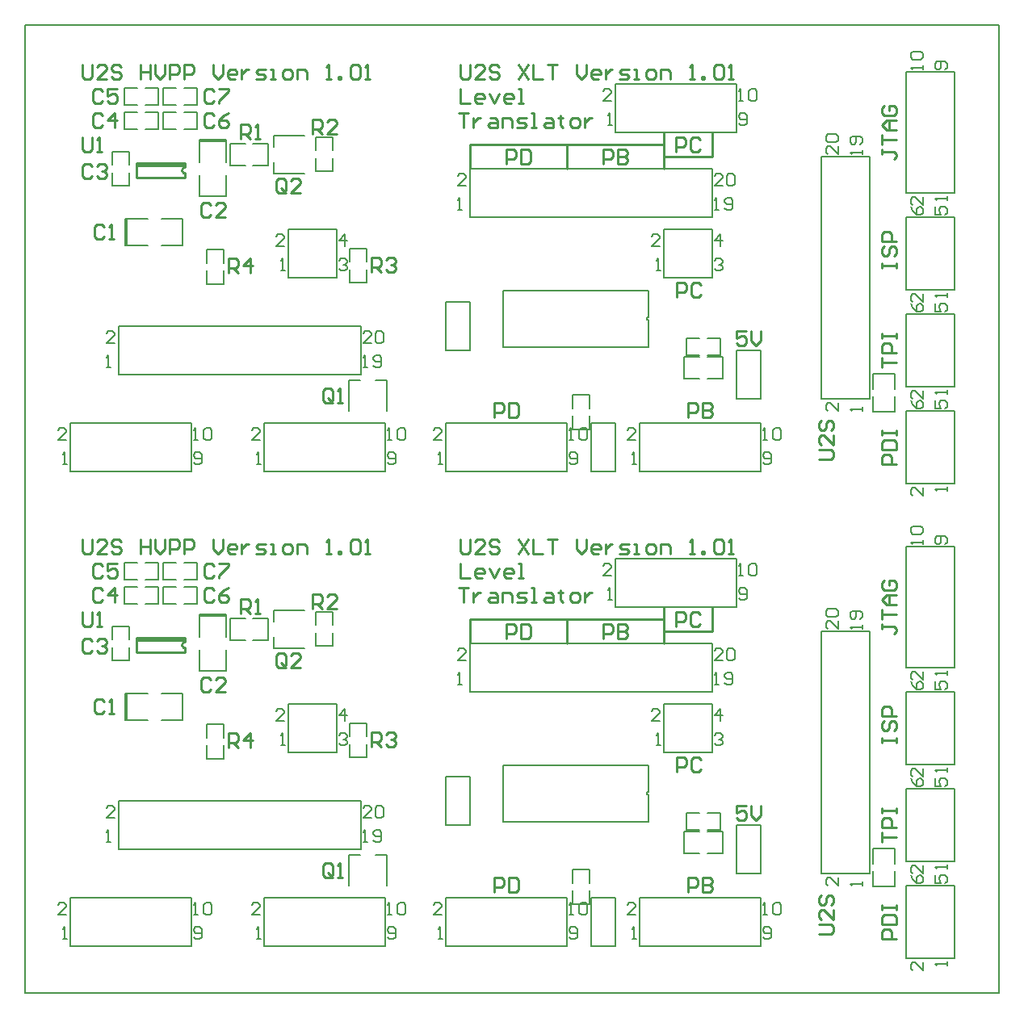
<source format=gto>
%FSLAX44Y44*%
%MOMM*%
%SFA1B1*%

%IPPOS*%
%ADD10C,0.253999*%
%ADD36C,0.200000*%
%ADD37C,0.203200*%
%ADD58C,0.127000*%
%LNu2s_hvpp-1*%
%LPD*%
G54D10*
X167734Y368521D02*
D01*
X167513Y368513*
X167292Y368490*
X167074Y368451*
X166859Y368398*
X166648Y368329*
X166442Y368246*
X166243Y368149*
X166052Y368038*
X165868Y367914*
X165693Y367778*
X165528Y367630*
X165374Y367470*
X165232Y367301*
X165102Y367121*
X164984Y366933*
X164880Y366738*
X164790Y366535*
X164714Y366327*
X164653Y366114*
X164607Y365897*
X164576Y365678*
X164561Y365457*
Y365235*
X164576Y365014*
X164607Y364795*
X164653Y364578*
X164714Y364365*
X164790Y364157*
X164880Y363954*
X164984Y363758*
X165102Y363571*
X165232Y363391*
X165374Y363221*
X165528Y363062*
X165693Y362914*
X165868Y362777*
X166052Y362653*
X166243Y362543*
X166442Y362445*
X166648Y362362*
X166859Y362294*
X167074Y362240*
X167292Y362202*
X167513Y362179*
X167734Y362171*
G54D58*
X0Y0D02*
X1021266D01*
Y1015678*
X0*
Y0*
G54D10*
X669383Y379316D02*
X720183D01*
Y404716*
X669383Y366616D02*
Y404716D01*
X567783Y392016D02*
X669383D01*
X116934Y370426D02*
X167734D01*
Y368521D02*
Y372966D01*
Y357726D02*
Y362171D01*
X116934Y357726D02*
X167734D01*
X116934D02*
Y372966D01*
X167734*
X567783Y366616D02*
Y392016D01*
X466184D02*
X567783D01*
X466184Y366616D02*
Y392016D01*
X755740Y196431D02*
X745583D01*
Y188814*
X750661Y191353*
X753200*
X755740Y188814*
Y183735*
X753200Y181196*
X748122*
X745583Y183735*
X760818Y196431D02*
Y186274D01*
X765896Y181196*
X770975Y186274*
Y196431*
X897988Y386933D02*
Y381854D01*
Y384393*
X910684*
X913223Y381854*
Y379315*
X910684Y376776*
X897988Y392011D02*
Y402168D01*
Y397089*
X913223*
Y407246D02*
X903066D01*
X897988Y412324*
X903066Y417403*
X913223*
X905605*
Y407246*
X900527Y432638D02*
X897988Y430099D01*
Y425020*
X900527Y422481*
X910684*
X913223Y425020*
Y430099*
X910684Y432638*
X905605*
Y427560*
X897988Y158336D02*
Y168493D01*
Y163414*
X913223*
Y173571D02*
X897988D01*
Y181189*
X900527Y183728*
X905605*
X908145Y181189*
Y173571*
X897988Y188806D02*
Y193884D01*
Y191345*
X913223*
Y188806*
Y193884*
Y56736D02*
X897988D01*
Y64354*
X900527Y66893*
X905605*
X908145Y64354*
Y56736*
X897988Y71971D02*
X913223D01*
Y79589*
X910684Y82128*
X900527*
X897988Y79589*
Y71971*
Y87206D02*
Y92284D01*
Y89745*
X913223*
Y87206*
Y92284*
X897988Y262476D02*
Y267554D01*
Y265015*
X913223*
Y262476*
Y267554*
X900527Y285329D02*
X897988Y282789D01*
Y277711*
X900527Y275172*
X903066*
X905605Y277711*
Y282789*
X908145Y285329*
X910684*
X913223Y282789*
Y277711*
X910684Y275172*
X913223Y290407D02*
X897988D01*
Y298025*
X900527Y300564*
X905605*
X908145Y298025*
Y290407*
X322671Y124045D02*
Y134202D01*
X320132Y136741*
X315053*
X312514Y134202*
Y124045*
X315053Y121506*
X320132*
X317592Y126584D02*
X322671Y121506D01*
X320132D02*
X322671Y124045D01*
X327749Y121506D02*
X332827D01*
X330288*
Y136741*
X327749Y134202*
X213454Y257396D02*
Y272631D01*
X221071*
X223611Y270092*
Y265013*
X221071Y262474*
X213454*
X218532D02*
X223611Y257396D01*
X236307D02*
Y272631D01*
X228689Y265013*
X238846*
X59784Y399631D02*
Y386935D01*
X62323Y384396*
X67402*
X69941Y386935*
Y399631*
X75019Y384396D02*
X80097D01*
X77558*
Y399631*
X75019Y397092*
X82641Y305652D02*
X80101Y308191D01*
X75023*
X72484Y305652*
Y295495*
X75023Y292956*
X80101*
X82641Y295495*
X87719Y292956D02*
X92797D01*
X90258*
Y308191*
X87719Y305652*
X194401Y328512D02*
X191862Y331051D01*
X186783*
X184244Y328512*
Y318355*
X186783Y315816*
X191862*
X194401Y318355*
X209636Y315816D02*
X199479D01*
X209636Y325973*
Y328512*
X207097Y331051*
X202018*
X199479Y328512*
X69941Y369152D02*
X67402Y371691D01*
X62323*
X59784Y369152*
Y358995*
X62323Y356456*
X67402*
X69941Y358995*
X75019Y369152D02*
X77558Y371691D01*
X82637*
X85176Y369152*
Y366613*
X82637Y364074*
X80097*
X82637*
X85176Y361534*
Y358995*
X82637Y356456*
X77558*
X75019Y358995*
X226154Y398366D02*
Y413601D01*
X233771*
X236311Y411062*
Y405984*
X233771Y403444*
X226154*
X231232D02*
X236311Y398366D01*
X241389D02*
X246467D01*
X243928*
Y413601*
X241389Y411062*
X301084Y403446D02*
Y418681D01*
X308701*
X311241Y416142*
Y411063*
X308701Y408524*
X301084*
X306162D02*
X311241Y403446D01*
X326476D02*
X316319D01*
X326476Y413603*
Y416142*
X323937Y418681*
X318858*
X316319Y416142*
X363314Y258666D02*
Y273901D01*
X370931*
X373471Y271362*
Y266283*
X370931Y263744*
X363314*
X368392D02*
X373471Y258666D01*
X378549Y271362D02*
X381088Y273901D01*
X386167*
X388706Y271362*
Y268823*
X386167Y266283*
X383627*
X386167*
X388706Y263744*
Y261205*
X386167Y258666*
X381088*
X378549Y261205*
X273141Y343755D02*
Y353912D01*
X270601Y356451*
X265523*
X262984Y353912*
Y343755*
X265523Y341216*
X270601*
X268062Y346294D02*
X273141Y341216D01*
X270601D02*
X273141Y343755D01*
X288376Y341216D02*
X278219D01*
X288376Y351373*
Y353912*
X285837Y356451*
X280758*
X278219Y353912*
X81371Y422492D02*
X78832Y425031D01*
X73753*
X71214Y422492*
Y412335*
X73753Y409796*
X78832*
X81371Y412335*
X94067Y409796D02*
Y425031D01*
X86449Y417414*
X96606*
X81371Y447892D02*
X78832Y450431D01*
X73753*
X71214Y447892*
Y437735*
X73753Y435196*
X78832*
X81371Y437735*
X96606Y450431D02*
X86449D01*
Y442814*
X91527Y445353*
X94067*
X96606Y442814*
Y437735*
X94067Y435196*
X88988*
X86449Y437735*
X198211Y422492D02*
X195671Y425031D01*
X190593*
X188054Y422492*
Y412335*
X190593Y409796*
X195671*
X198211Y412335*
X213446Y425031D02*
X208367Y422492D01*
X203289Y417414*
Y412335*
X205828Y409796*
X210907*
X213446Y412335*
Y414874*
X210907Y417414*
X203289*
X198211Y447892D02*
X195671Y450431D01*
X190593*
X188054Y447892*
Y437735*
X190593Y435196*
X195671*
X198211Y437735*
X203289Y450431D02*
X213446D01*
Y447892*
X203289Y437735*
Y435196*
X454754Y425031D02*
X464911D01*
X459832*
Y409796*
X469989Y419953D02*
Y409796D01*
Y414874*
X472528Y417414*
X475067Y419953*
X477607*
X487763D02*
X492842D01*
X495381Y417414*
Y409796*
X487763*
X485224Y412335*
X487763Y414874*
X495381*
X500459Y409796D02*
Y419953D01*
X508077*
X510616Y417414*
Y409796*
X515693D02*
X523311D01*
X525850Y412335*
X523311Y414874*
X518233*
X515693Y417414*
X518233Y419953*
X525850*
X530928Y409796D02*
X536007D01*
X533467*
Y425031*
X530928*
X546163Y419953D02*
X551242D01*
X553781Y417414*
Y409796*
X546163*
X543624Y412335*
X546163Y414874*
X553781*
X561398Y422492D02*
Y419953D01*
X558859*
X563938*
X561398*
Y412335*
X563938Y409796*
X574094D02*
X579173D01*
X581712Y412335*
Y417414*
X579173Y419953*
X574094*
X571555Y417414*
Y412335*
X574094Y409796*
X586790Y419953D02*
Y409796D01*
Y414874*
X589329Y417414*
X591869Y419953*
X594408*
X456024Y450431D02*
Y435196D01*
X466181*
X478877D02*
X473798D01*
X471259Y437735*
Y442814*
X473798Y445353*
X478877*
X481416Y442814*
Y440274*
X471259*
X486494Y445353D02*
X491573Y435196D01*
X496651Y445353*
X509347Y435196D02*
X504268D01*
X501729Y437735*
Y442814*
X504268Y445353*
X509347*
X511885Y442814*
Y440274*
X501729*
X516963Y435196D02*
X522042D01*
X519503*
Y450431*
X516963*
X683353Y231996D02*
Y247231D01*
X690970*
X693510Y244692*
Y239613*
X690970Y237074*
X683353*
X708745Y244692D02*
X706206Y247231D01*
X701127*
X698588Y244692*
Y234535*
X701127Y231996*
X706206*
X708745Y234535*
X682083Y384396D02*
Y399631D01*
X689700*
X692240Y397092*
Y392014*
X689700Y389474*
X682083*
X707475Y397092D02*
X704936Y399631D01*
X699857*
X697318Y397092*
Y386935*
X699857Y384396*
X704936*
X707475Y386935*
X694783Y106266D02*
Y121501D01*
X702401*
X704940Y118962*
Y113884*
X702401Y111344*
X694783*
X710018Y121501D02*
Y106266D01*
X717636*
X720175Y108805*
Y111344*
X717636Y113884*
X710018*
X717636*
X720175Y116423*
Y118962*
X717636Y121501*
X710018*
X491584Y106266D02*
Y121501D01*
X499202*
X501741Y118962*
Y113884*
X499202Y111344*
X491584*
X506819Y121501D02*
Y106266D01*
X514436*
X516975Y108805*
Y118962*
X514436Y121501*
X506819*
X605883Y371696D02*
Y386931D01*
X613501*
X616040Y384392*
Y379314*
X613501Y376774*
X605883*
X621118Y386931D02*
Y371696D01*
X628736*
X631275Y374235*
Y376774*
X628736Y379314*
X621118*
X628736*
X631275Y381853*
Y384392*
X628736Y386931*
X621118*
X504284Y371696D02*
Y386931D01*
X511900*
X514440Y384392*
Y379314*
X511900Y376774*
X504284*
X519518Y386931D02*
Y371696D01*
X527136*
X529675Y374235*
Y384392*
X527136Y386931*
X519518*
X831948Y61816D02*
X844644D01*
X847183Y64355*
Y69434*
X844644Y71973*
X831948*
X847183Y87208D02*
Y77051D01*
X837026Y87208*
X834487*
X831948Y84669*
Y79590*
X834487Y77051*
Y102443D02*
X831948Y99904D01*
Y94825*
X834487Y92286*
X837026*
X839566Y94825*
Y99904*
X842105Y102443*
X844644*
X847183Y99904*
Y94825*
X844644Y92286*
X456024Y475831D02*
Y463135D01*
X458563Y460596*
X463642*
X466181Y463135*
Y475831*
X481416Y460596D02*
X471259D01*
X481416Y470753*
Y473292*
X478877Y475831*
X473798*
X471259Y473292*
X496651D02*
X494112Y475831D01*
X489033*
X486494Y473292*
Y470753*
X489033Y468214*
X494112*
X496651Y465674*
Y463135*
X494112Y460596*
X489033*
X486494Y463135*
X516963Y475831D02*
X527120Y460596D01*
Y475831D02*
X516963Y460596D01*
X532198Y475831D02*
Y460596D01*
X542355*
X547433Y475831D02*
X557590D01*
X552512*
Y460596*
X577904Y475831D02*
Y465674D01*
X582982Y460596*
X588060Y465674*
Y475831*
X600756Y460596D02*
X595678D01*
X593139Y463135*
Y468214*
X595678Y470753*
X600756*
X603295Y468214*
Y465674*
X593139*
X608374Y470753D02*
Y460596D01*
Y465674*
X610913Y468214*
X613452Y470753*
X615991*
X623609Y460596D02*
X631226D01*
X633766Y463135*
X631226Y465674*
X626148*
X623609Y468214*
X626148Y470753*
X633766*
X638844Y460596D02*
X643922D01*
X641383*
Y470753*
X638844*
X654079Y460596D02*
X659157D01*
X661696Y463135*
Y468214*
X659157Y470753*
X654079*
X651540Y468214*
Y463135*
X654079Y460596*
X666775D02*
Y470753D01*
X674392*
X676931Y468214*
Y460596*
X697245D02*
X702323D01*
X699784*
Y475831*
X697245Y473292*
X709941Y460596D02*
Y463135D01*
X712480*
Y460596*
X709941*
X722637Y473292D02*
X725176Y475831D01*
X730254*
X732794Y473292*
Y463135*
X730254Y460596*
X725176*
X722637Y463135*
Y473292*
X737872Y460596D02*
X742950D01*
X740411*
Y475831*
X737872Y473292*
X59784Y475831D02*
Y463135D01*
X62323Y460596*
X67402*
X69941Y463135*
Y475831*
X85176Y460596D02*
X75019D01*
X85176Y470753*
Y473292*
X82637Y475831*
X77558*
X75019Y473292*
X100411D02*
X97872Y475831D01*
X92793*
X90254Y473292*
Y470753*
X92793Y468214*
X97872*
X100411Y465674*
Y463135*
X97872Y460596*
X92793*
X90254Y463135*
X120724Y475831D02*
Y460596D01*
Y468214*
X130881*
Y475831*
Y460596*
X135959Y475831D02*
Y465674D01*
X141038Y460596*
X146116Y465674*
Y475831*
X151194Y460596D02*
Y475831D01*
X158812*
X161351Y473292*
Y468214*
X158812Y465674*
X151194*
X166430Y460596D02*
Y475831D01*
X174047*
X176586Y473292*
Y468214*
X174047Y465674*
X166430*
X196900Y475831D02*
Y465674D01*
X201978Y460596*
X207056Y465674*
Y475831*
X219752Y460596D02*
X214674D01*
X212135Y463135*
Y468214*
X214674Y470753*
X219752*
X222291Y468214*
Y465674*
X212135*
X227370Y470753D02*
Y460596D01*
Y465674*
X229909Y468214*
X232448Y470753*
X234987*
X242605Y460596D02*
X250222D01*
X252762Y463135*
X250222Y465674*
X245144*
X242605Y468214*
X245144Y470753*
X252762*
X257840Y460596D02*
X262918D01*
X260379*
Y470753*
X257840*
X273075Y460596D02*
X278153D01*
X280693Y463135*
Y468214*
X278153Y470753*
X273075*
X270536Y468214*
Y463135*
X273075Y460596*
X285771D02*
Y470753D01*
X293388*
X295928Y468214*
Y460596*
X316241D02*
X321319D01*
X318780*
Y475831*
X316241Y473292*
X328937Y460596D02*
Y463135D01*
X331476*
Y460596*
X328937*
X341633Y473292D02*
X344172Y475831D01*
X349250*
X351789Y473292*
Y463135*
X349250Y460596*
X344172*
X341633Y463135*
Y473292*
X356868Y460596D02*
X361946D01*
X359407*
Y475831*
X356868Y473292*
G54D36*
X653508Y211253D02*
D01*
X653397Y211249*
X653287Y211237*
X653178Y211218*
X653070Y211191*
X652965Y211157*
X652862Y211116*
X652763Y211067*
X652667Y211012*
X652575Y210950*
X652487Y210881*
X652405Y210808*
X652328Y210728*
X652257Y210643*
X652192Y210553*
X652133Y210459*
X652081Y210362*
X652036Y210260*
X651998Y210156*
X651968Y210050*
X651945Y209941*
X651929Y209832*
X651922Y209721*
Y209610*
X651929Y209500*
X651945Y209390*
X651968Y209282*
X651998Y209175*
X652036Y209071*
X652081Y208970*
X652133Y208872*
X652192Y208778*
X652257Y208689*
X652328Y208604*
X652405Y208524*
X652487Y208450*
X652575Y208382*
X652667Y208320*
X652763Y208265*
X652862Y208216*
X652965Y208175*
X653070Y208140*
X653178Y208114*
X653287Y208094*
X653397Y208083*
X653508Y208078*
X593183Y99916D02*
X618583D01*
Y49116D02*
Y99916D01*
X593183Y49116D02*
X618583D01*
X593183D02*
Y99916D01*
X618583Y404716D02*
X745583D01*
X618583Y455516D02*
X745583D01*
X618583Y404716D02*
Y455516D01*
X745583Y404716D02*
Y455516D01*
Y176116D02*
X770983D01*
Y125316D02*
Y176116D01*
X745583Y125316D02*
X770983D01*
X745583D02*
Y176116D01*
X974183Y341216D02*
Y468216D01*
X923383Y341216D02*
Y468216D01*
Y341216D02*
X974183D01*
X923383Y468216D02*
X974183D01*
X889023Y151666D02*
X912023D01*
X889023Y111666D02*
X912023D01*
X889023Y135666D02*
Y151666D01*
X912023Y135666D02*
Y151666D01*
Y111666D02*
Y127666D01*
X889023Y111666D02*
Y127666D01*
X834483Y379316D02*
X885283D01*
Y125316D02*
Y144366D01*
X834483Y125316D02*
X885283D01*
X834483D02*
Y144366D01*
Y379316*
X885283Y144366D02*
Y379316D01*
X974183Y267133D02*
Y315816D01*
Y239616D02*
Y315816D01*
X923383Y239616D02*
Y315816D01*
Y239616D02*
X974183D01*
X923383Y315816D02*
X974183D01*
Y63933D02*
Y112616D01*
Y36416D02*
Y112616D01*
X923383Y36416D02*
Y112616D01*
Y36416D02*
X974183D01*
X923383Y112616D02*
X974183D01*
Y165533D02*
Y214216D01*
Y138016D02*
Y214216D01*
X923383Y138016D02*
Y214216D01*
Y138016D02*
X974183D01*
X923383Y214216D02*
X974183D01*
X440784Y176116D02*
X466184D01*
X440784D02*
Y226916D01*
X466184*
Y176116D02*
Y226916D01*
X715293Y170926D02*
X729293D01*
X715293Y188926D02*
X729293D01*
X693293D02*
X707293D01*
X693293Y170926D02*
X707293D01*
X729293D02*
Y188926D01*
X693293Y170926D02*
Y188926D01*
X275684Y303116D02*
X326484D01*
X275684Y252316D02*
Y303116D01*
X326484Y252316D02*
Y303116D01*
X275684Y252316D02*
X326484D01*
X351884Y150716D02*
Y201516D01*
X97884Y150716D02*
X116934D01*
X97884D02*
Y201516D01*
X116934*
X351884*
X116934Y150716D02*
X351884D01*
X250284Y49116D02*
X377284D01*
X250284Y99916D02*
X377284D01*
X250284Y49116D02*
Y99916D01*
X377284Y49116D02*
Y99916D01*
X47084Y49116D02*
X174084D01*
X47084Y99916D02*
X174084D01*
X47084Y49116D02*
Y99916D01*
X174084Y49116D02*
Y99916D01*
X260954Y361856D02*
X292954D01*
X260954D02*
Y373856D01*
Y401856D02*
X292954D01*
X260954Y389856D02*
Y401856D01*
X339504Y113126D02*
Y145126D01*
X351504*
X379504Y113126D02*
Y145126D01*
X367504D02*
X379504D01*
X91424Y384616D02*
X109424D01*
X91424Y348616D02*
X109424D01*
X91424Y370616D02*
Y384616D01*
X109424Y370616D02*
Y384616D01*
Y348616D02*
Y362616D01*
X91424Y348616D02*
Y362616D01*
X182944Y395616D02*
X210944D01*
X182944Y397616D02*
X210944D01*
X182944D02*
Y373616D01*
X210944Y397616D02*
Y373616D01*
X182944Y337616D02*
X210944D01*
X182944D02*
Y359616D01*
X210944Y337616D02*
Y359616D01*
X106984Y286576D02*
Y314576D01*
X104984Y286576D02*
Y314576D01*
Y286576D02*
X128984D01*
X104984Y314576D02*
X128984D01*
X164984Y286576D02*
Y314576D01*
X142984Y286576D02*
X164984D01*
X142984Y314576D02*
X164984D01*
X190484Y281746D02*
X208484D01*
X190484Y245746D02*
X208484D01*
X190484Y267746D02*
Y281746D01*
X208484Y267746D02*
Y281746D01*
Y245746D02*
Y259746D01*
X190484Y245746D02*
Y259746D01*
X340344Y247016D02*
X358344D01*
X340344Y283016D02*
X358344D01*
Y247016D02*
Y261016D01*
X340344Y247016D02*
Y261016D01*
Y269016D02*
Y283016D01*
X358344Y269016D02*
Y283016D01*
X304784Y399856D02*
X322784D01*
X304784Y363856D02*
X322784D01*
X304784Y385856D02*
Y399856D01*
X322784Y385856D02*
Y399856D01*
Y363856D02*
Y377856D01*
X304784Y363856D02*
Y377856D01*
X215044Y393356D02*
X231044D01*
X215044Y370356D02*
X231044D01*
X239044D02*
X255044D01*
X239044Y393356D02*
X255044D01*
X215044Y370356D02*
Y393356D01*
X255044Y370356D02*
Y393356D01*
X104014Y426416D02*
X118014D01*
X104014Y408416D02*
X118014D01*
X126014D02*
X140014D01*
X126014Y426416D02*
X140014D01*
X104014Y408416D02*
Y426416D01*
X140014Y408416D02*
Y426416D01*
X104014Y451816D02*
X118014D01*
X104014Y433816D02*
X118014D01*
X126014D02*
X140014D01*
X126014Y451816D02*
X140014D01*
X104014Y433816D02*
Y451816D01*
X140014Y433816D02*
Y451816D01*
X166654Y408416D02*
X180654D01*
X166654Y426416D02*
X180654D01*
X144654D02*
X158654D01*
X144654Y408416D02*
X158654D01*
X180654D02*
Y426416D01*
X144654Y408416D02*
Y426416D01*
Y451816D02*
X158654D01*
X144654Y433816D02*
X158654D01*
X166654D02*
X180654D01*
X166654Y451816D02*
X180654D01*
X144654Y433816D02*
Y451816D01*
X180654Y433816D02*
Y451816D01*
X567783Y49116D02*
Y99916D01*
X440784Y49116D02*
Y99916D01*
X567783*
X440784Y49116D02*
X567783D01*
X770983D02*
Y99916D01*
X643983Y49116D02*
Y99916D01*
X770983*
X643983Y49116D02*
X770983D01*
X669383Y252316D02*
X720183D01*
Y303116*
X669383Y252316D02*
Y303116D01*
X720183*
X501109Y239316D02*
X653508D01*
X501109Y180016D02*
Y239316D01*
Y180016D02*
X653508D01*
Y208078*
Y211253D02*
Y239316D01*
X485234Y315816D02*
X720183D01*
X485234Y366616D02*
X720183D01*
X466184D02*
X485234D01*
X466184Y315816D02*
Y366616D01*
Y315816D02*
X485234D01*
X720183D02*
Y366616D01*
X691293Y169836D02*
X707293D01*
X691293Y146836D02*
X707293D01*
X715293D02*
X731293D01*
X715293Y169836D02*
X731293D01*
X691293Y146836D02*
Y169836D01*
X731293Y146836D02*
Y169836D01*
X574023Y93346D02*
X592023D01*
X574023Y129346D02*
X592023D01*
Y93346D02*
Y107346D01*
X574023Y93346D02*
Y107346D01*
Y115346D02*
Y129346D01*
X592023Y115346D02*
Y129346D01*
G54D37*
X748123Y437736D02*
X752355D01*
X750239*
Y450432*
X748123Y448316*
X758703D02*
X760819Y450432D01*
X765051*
X767167Y448316*
Y439852*
X765051Y437736*
X760819*
X758703Y439852*
Y448316*
X748123Y414452D02*
X750239Y412336D01*
X754471*
X756587Y414452*
Y422916*
X754471Y425032*
X750239*
X748123Y422916*
Y420800*
X750239Y418684*
X756587*
X610963Y412336D02*
X615195D01*
X613079*
Y425032*
X610963Y422916*
X614347Y437736D02*
X605883D01*
X614347Y446200*
Y448316*
X612231Y450432*
X607999*
X605883Y448316*
X941163Y470756D02*
Y474988D01*
Y472872*
X928467*
X930583Y470756*
Y481336D02*
X928467Y483452D01*
Y487684*
X930583Y489800*
X939047*
X941163Y487684*
Y483452*
X939047Y481336*
X930583*
X964447Y470756D02*
X966563Y472872D01*
Y477104*
X964447Y479220*
X955983*
X953867Y477104*
Y472872*
X955983Y470756*
X958099*
X960215Y472872*
Y479220*
X966563Y333596D02*
Y337828D01*
Y335712*
X953867*
X955983Y333596*
X941163Y336980D02*
Y328516D01*
X932699Y336980*
X930583*
X928467Y334864*
Y330632*
X930583Y328516*
X852263Y390320D02*
Y381856D01*
X843799Y390320*
X841683*
X839567Y388204*
Y383972*
X841683Y381856*
Y394552D02*
X839567Y396668D01*
Y400900*
X841683Y403016*
X850147*
X852263Y400900*
Y396668*
X850147Y394552*
X841683*
X877663Y381856D02*
Y386088D01*
Y383972*
X864967*
X867083Y381856*
X875547Y392436D02*
X877663Y394552D01*
Y398784*
X875547Y400900*
X867083*
X864967Y398784*
Y394552*
X867083Y392436*
X869199*
X871315Y394552*
Y400900*
X877663Y112616D02*
Y116848D01*
Y114732*
X864967*
X867083Y112616*
X852263Y121080D02*
Y112616D01*
X843799Y121080*
X841683*
X839567Y118964*
Y114732*
X841683Y112616*
X966563Y231996D02*
Y236228D01*
Y234112*
X953867*
X955983Y231996*
X941163Y235380D02*
Y226916D01*
X932699Y235380*
X930583*
X928467Y233264*
Y229032*
X930583Y226916*
X953867Y326820D02*
Y318356D01*
X960215*
X958099Y322588*
Y324704*
X960215Y326820*
X964447*
X966563Y324704*
Y320472*
X964447Y318356*
X928467Y326820D02*
X930583Y322588D01*
X934815Y318356*
X939047*
X941163Y320472*
Y324704*
X939047Y326820*
X936931*
X934815Y324704*
Y318356*
X966563Y28796D02*
Y33028D01*
Y30912*
X953867*
X955983Y28796*
X941163Y32180D02*
Y23716D01*
X932699Y32180*
X930583*
X928467Y30064*
Y25832*
X930583Y23716*
X953867Y123620D02*
Y115156D01*
X960215*
X958099Y119388*
Y121504*
X960215Y123620*
X964447*
X966563Y121504*
Y117272*
X964447Y115156*
X928467Y123620D02*
X930583Y119388D01*
X934815Y115156*
X939047*
X941163Y117272*
Y121504*
X939047Y123620*
X936931*
X934815Y121504*
Y115156*
X966563Y130396D02*
Y134628D01*
Y132512*
X953867*
X955983Y130396*
X941163Y133780D02*
Y125316D01*
X932699Y133780*
X930583*
X928467Y131664*
Y127432*
X930583Y125316*
X953867Y225220D02*
Y216756D01*
X960215*
X958099Y220988*
Y223104*
X960215Y225220*
X964447*
X966563Y223104*
Y218872*
X964447Y216756*
X928467Y225220D02*
X930583Y220988D01*
X934815Y216756*
X939047*
X941163Y218872*
Y223104*
X939047Y225220*
X936931*
X934815Y223104*
Y216756*
X268064Y259936D02*
X272296D01*
X270180*
Y272632*
X268064Y270516*
X271448Y285336D02*
X262984D01*
X271448Y293800*
Y295916*
X269332Y298032*
X265100*
X262984Y295916*
X335372Y285336D02*
Y298032D01*
X329024Y291684*
X337488*
X329024Y270516D02*
X331140Y272632D01*
X335372*
X337488Y270516*
Y268400*
X335372Y266284*
X333256*
X335372*
X337488Y264168*
Y262052*
X335372Y259936*
X331140*
X329024Y262052*
X362888Y183736D02*
X354424D01*
X362888Y192200*
Y194316*
X360772Y196432*
X356540*
X354424Y194316*
X367120D02*
X369236Y196432D01*
X373468*
X375584Y194316*
Y185852*
X373468Y183736*
X369236*
X367120Y185852*
Y194316*
X354424Y158336D02*
X358656D01*
X356540*
Y171032*
X354424Y168916*
X365004Y160452D02*
X367120Y158336D01*
X371352*
X373468Y160452*
Y168916*
X371352Y171032*
X367120*
X365004Y168916*
Y166800*
X367120Y164684*
X373468*
X85184Y158336D02*
X89416D01*
X87300*
Y171032*
X85184Y168916*
X93648Y183736D02*
X85184D01*
X93648Y192200*
Y194316*
X91532Y196432*
X87300*
X85184Y194316*
X379824Y82136D02*
X384056D01*
X381940*
Y94832*
X379824Y92716*
X390404D02*
X392520Y94832D01*
X396752*
X398868Y92716*
Y84252*
X396752Y82136*
X392520*
X390404Y84252*
Y92716*
X379824Y58852D02*
X381940Y56736D01*
X386172*
X388288Y58852*
Y67316*
X386172Y69432*
X381940*
X379824Y67316*
Y65200*
X381940Y63084*
X388288*
X242664Y56736D02*
X246896D01*
X244780*
Y69432*
X242664Y67316*
X246048Y82136D02*
X237584D01*
X246048Y90600*
Y92716*
X243932Y94832*
X239700*
X237584Y92716*
X176624Y82136D02*
X180856D01*
X178740*
Y94832*
X176624Y92716*
X187204D02*
X189320Y94832D01*
X193552*
X195668Y92716*
Y84252*
X193552Y82136*
X189320*
X187204Y84252*
Y92716*
X176624Y58852D02*
X178740Y56736D01*
X182972*
X185088Y58852*
Y67316*
X182972Y69432*
X178740*
X176624Y67316*
Y65200*
X178740Y63084*
X185088*
X39464Y56736D02*
X43696D01*
X41580*
Y69432*
X39464Y67316*
X42848Y82136D02*
X34384D01*
X42848Y90600*
Y92716*
X40732Y94832*
X36500*
X34384Y92716*
X436548Y82136D02*
X428084D01*
X436548Y90600*
Y92716*
X434432Y94832*
X430200*
X428084Y92716*
X433164Y56736D02*
X437396D01*
X435280*
Y69432*
X433164Y67316*
X570323Y58852D02*
X572439Y56736D01*
X576671*
X578787Y58852*
Y67316*
X576671Y69432*
X572439*
X570323Y67316*
Y65200*
X572439Y63084*
X578787*
X570323Y82136D02*
X574555D01*
X572439*
Y94832*
X570323Y92716*
X580903D02*
X583019Y94832D01*
X587251*
X589367Y92716*
Y84252*
X587251Y82136*
X583019*
X580903Y84252*
Y92716*
X639747Y82136D02*
X631283D01*
X639747Y90600*
Y92716*
X637631Y94832*
X633399*
X631283Y92716*
X636363Y56736D02*
X640595D01*
X638479*
Y69432*
X636363Y67316*
X773523Y58852D02*
X775639Y56736D01*
X779871*
X781987Y58852*
Y67316*
X779871Y69432*
X775639*
X773523Y67316*
Y65200*
X775639Y63084*
X781987*
X773523Y82136D02*
X777755D01*
X775639*
Y94832*
X773523Y92716*
X784103D02*
X786219Y94832D01*
X790451*
X792567Y92716*
Y84252*
X790451Y82136*
X786219*
X784103Y84252*
Y92716*
X722723Y270516D02*
X724839Y272632D01*
X729071*
X731187Y270516*
Y268400*
X729071Y266284*
X726955*
X729071*
X731187Y264168*
Y262052*
X729071Y259936*
X724839*
X722723Y262052*
X729071Y285336D02*
Y298032D01*
X722723Y291684*
X731187*
X665147Y285336D02*
X656683D01*
X665147Y293800*
Y295916*
X663031Y298032*
X658799*
X656683Y295916*
X661763Y259936D02*
X665995D01*
X663879*
Y272632*
X661763Y270516*
X461948Y348836D02*
X453484D01*
X461948Y357300*
Y359416*
X459832Y361532*
X455600*
X453484Y359416*
Y323436D02*
X457716D01*
X455600*
Y336132*
X453484Y334016*
X722723Y323436D02*
X726955D01*
X724839*
Y336132*
X722723Y334016*
X733303Y325552D02*
X735419Y323436D01*
X739651*
X741767Y325552*
Y334016*
X739651Y336132*
X735419*
X733303Y334016*
Y331900*
X735419Y329784*
X741767*
X731187Y348836D02*
X722723D01*
X731187Y357300*
Y359416*
X729071Y361532*
X724839*
X722723Y359416*
X735419D02*
X737535Y361532D01*
X741767*
X743883Y359416*
Y350952*
X741767Y348836*
X737535*
X735419Y350952*
Y359416*
G54D10*
X167734Y866360D02*
D01*
X167513Y866352*
X167292Y866329*
X167074Y866290*
X166859Y866236*
X166648Y866168*
X166442Y866085*
X166243Y865988*
X166052Y865877*
X165868Y865753*
X165693Y865617*
X165528Y865468*
X165374Y865309*
X165232Y865139*
X165102Y864960*
X164984Y864772*
X164880Y864576*
X164790Y864374*
X164714Y864165*
X164653Y863953*
X164607Y863736*
X164576Y863516*
X164561Y863295*
Y863074*
X164576Y862853*
X164607Y862633*
X164653Y862416*
X164714Y862203*
X164790Y861995*
X164880Y861793*
X164984Y861597*
X165102Y861409*
X165232Y861230*
X165374Y861060*
X165528Y860901*
X165693Y860752*
X165868Y860616*
X166052Y860492*
X166243Y860381*
X166442Y860284*
X166648Y860201*
X166859Y860132*
X167074Y860079*
X167292Y860040*
X167513Y860017*
X167734Y860010*
X669383Y877155D02*
X720183D01*
Y902555*
X669383Y864455D02*
Y902555D01*
X567783Y889855D02*
X669383D01*
X116934Y868265D02*
X167734D01*
Y866360D02*
Y870805D01*
Y855565D02*
Y860010D01*
X116934Y855565D02*
X167734D01*
X116934D02*
Y870805D01*
X167734*
X567783Y864455D02*
Y889855D01*
X466184D02*
X567783D01*
X466184Y864455D02*
Y889855D01*
X755740Y694269D02*
X745583D01*
Y686652*
X750661Y689191*
X753200*
X755740Y686652*
Y681573*
X753200Y679035*
X748122*
X745583Y681573*
X760818Y694269D02*
Y684112D01*
X765896Y679035*
X770975Y684112*
Y694269*
X897988Y884771D02*
Y879692D01*
Y882231*
X910684*
X913223Y879692*
Y877153*
X910684Y874615*
X897988Y889849D02*
Y900006D01*
Y894927*
X913223*
Y905084D02*
X903066D01*
X897988Y910162*
X903066Y915241*
X913223*
X905605*
Y905084*
X900527Y930476D02*
X897988Y927937D01*
Y922858*
X900527Y920319*
X910684*
X913223Y922858*
Y927937*
X910684Y930476*
X905605*
Y925398*
X897988Y656175D02*
Y666331D01*
Y661252*
X913223*
Y671409D02*
X897988D01*
Y679027*
X900527Y681566*
X905605*
X908145Y679027*
Y671409*
X897988Y686644D02*
Y691722D01*
Y689183*
X913223*
Y686644*
Y691722*
Y554575D02*
X897988D01*
Y562192*
X900527Y564731*
X905605*
X908145Y562192*
Y554575*
X897988Y569809D02*
X913223D01*
Y577427*
X910684Y579966*
X900527*
X897988Y577427*
Y569809*
Y585044D02*
Y590122D01*
Y587583*
X913223*
Y585044*
Y590122*
X897988Y760315D02*
Y765392D01*
Y762853*
X913223*
Y760315*
Y765392*
X900527Y783167D02*
X897988Y780627D01*
Y775549*
X900527Y773010*
X903066*
X905605Y775549*
Y780627*
X908145Y783167*
X910684*
X913223Y780627*
Y775549*
X910684Y773010*
X913223Y788245D02*
X897988D01*
Y795863*
X900527Y798402*
X905605*
X908145Y795863*
Y788245*
X322671Y621883D02*
Y632040D01*
X320132Y634579*
X315053*
X312514Y632040*
Y621883*
X315053Y619345*
X320132*
X317592Y624422D02*
X322671Y619345D01*
X320132D02*
X322671Y621883D01*
X327749Y619345D02*
X332827D01*
X330288*
Y634579*
X327749Y632040*
X213454Y755235D02*
Y770469D01*
X221071*
X223611Y767930*
Y762851*
X221071Y760312*
X213454*
X218532D02*
X223611Y755235D01*
X236307D02*
Y770469D01*
X228689Y762851*
X238846*
X59784Y897469D02*
Y884773D01*
X62323Y882235*
X67402*
X69941Y884773*
Y897469*
X75019Y882235D02*
X80097D01*
X77558*
Y897469*
X75019Y894930*
X82641Y803490D02*
X80101Y806029D01*
X75023*
X72484Y803490*
Y793333*
X75023Y790795*
X80101*
X82641Y793333*
X87719Y790795D02*
X92797D01*
X90258*
Y806029*
X87719Y803490*
X194401Y826350D02*
X191862Y828889D01*
X186783*
X184244Y826350*
Y816193*
X186783Y813655*
X191862*
X194401Y816193*
X209636Y813655D02*
X199479D01*
X209636Y823811*
Y826350*
X207097Y828889*
X202018*
X199479Y826350*
X69941Y866990D02*
X67402Y869529D01*
X62323*
X59784Y866990*
Y856833*
X62323Y854295*
X67402*
X69941Y856833*
X75019Y866990D02*
X77558Y869529D01*
X82637*
X85176Y866990*
Y864451*
X82637Y861912*
X80097*
X82637*
X85176Y859372*
Y856833*
X82637Y854295*
X77558*
X75019Y856833*
X226154Y896205D02*
Y911439D01*
X233771*
X236311Y908900*
Y903822*
X233771Y901282*
X226154*
X231232D02*
X236311Y896205D01*
X241389D02*
X246467D01*
X243928*
Y911439*
X241389Y908900*
X301084Y901285D02*
Y916519D01*
X308701*
X311241Y913980*
Y908901*
X308701Y906362*
X301084*
X306162D02*
X311241Y901285D01*
X326476D02*
X316319D01*
X326476Y911441*
Y913980*
X323937Y916519*
X318858*
X316319Y913980*
X363314Y756505D02*
Y771739D01*
X370931*
X373471Y769200*
Y764121*
X370931Y761582*
X363314*
X368392D02*
X373471Y756505D01*
X378549Y769200D02*
X381088Y771739D01*
X386167*
X388706Y769200*
Y766661*
X386167Y764121*
X383627*
X386167*
X388706Y761582*
Y759043*
X386167Y756505*
X381088*
X378549Y759043*
X273141Y841593D02*
Y851750D01*
X270601Y854289*
X265523*
X262984Y851750*
Y841593*
X265523Y839055*
X270601*
X268062Y844132D02*
X273141Y839055D01*
X270601D02*
X273141Y841593D01*
X288376Y839055D02*
X278219D01*
X288376Y849211*
Y851750*
X285837Y854289*
X280758*
X278219Y851750*
X81371Y920330D02*
X78832Y922869D01*
X73753*
X71214Y920330*
Y910173*
X73753Y907635*
X78832*
X81371Y910173*
X94067Y907635D02*
Y922869D01*
X86449Y915252*
X96606*
X81371Y945730D02*
X78832Y948269D01*
X73753*
X71214Y945730*
Y935573*
X73753Y933035*
X78832*
X81371Y935573*
X96606Y948269D02*
X86449D01*
Y940652*
X91527Y943191*
X94067*
X96606Y940652*
Y935573*
X94067Y933035*
X88988*
X86449Y935573*
X198211Y920330D02*
X195671Y922869D01*
X190593*
X188054Y920330*
Y910173*
X190593Y907635*
X195671*
X198211Y910173*
X213446Y922869D02*
X208367Y920330D01*
X203289Y915252*
Y910173*
X205828Y907635*
X210907*
X213446Y910173*
Y912712*
X210907Y915252*
X203289*
X198211Y945730D02*
X195671Y948269D01*
X190593*
X188054Y945730*
Y935573*
X190593Y933035*
X195671*
X198211Y935573*
X203289Y948269D02*
X213446D01*
Y945730*
X203289Y935573*
Y933035*
X454754Y922869D02*
X464911D01*
X459832*
Y907635*
X469989Y917791D02*
Y907635D01*
Y912712*
X472528Y915252*
X475067Y917791*
X477607*
X487763D02*
X492842D01*
X495381Y915252*
Y907635*
X487763*
X485224Y910173*
X487763Y912712*
X495381*
X500459Y907635D02*
Y917791D01*
X508077*
X510616Y915252*
Y907635*
X515693D02*
X523311D01*
X525850Y910173*
X523311Y912712*
X518233*
X515693Y915252*
X518233Y917791*
X525850*
X530928Y907635D02*
X536007D01*
X533467*
Y922869*
X530928*
X546163Y917791D02*
X551242D01*
X553781Y915252*
Y907635*
X546163*
X543624Y910173*
X546163Y912712*
X553781*
X561398Y920330D02*
Y917791D01*
X558859*
X563938*
X561398*
Y910173*
X563938Y907635*
X574094D02*
X579173D01*
X581712Y910173*
Y915252*
X579173Y917791*
X574094*
X571555Y915252*
Y910173*
X574094Y907635*
X586790Y917791D02*
Y907635D01*
Y912712*
X589329Y915252*
X591869Y917791*
X594408*
X456024Y948269D02*
Y933035D01*
X466181*
X478877D02*
X473798D01*
X471259Y935573*
Y940652*
X473798Y943191*
X478877*
X481416Y940652*
Y938112*
X471259*
X486494Y943191D02*
X491573Y933035D01*
X496651Y943191*
X509347Y933035D02*
X504268D01*
X501729Y935573*
Y940652*
X504268Y943191*
X509347*
X511885Y940652*
Y938112*
X501729*
X516963Y933035D02*
X522042D01*
X519503*
Y948269*
X516963*
X683353Y729835D02*
Y745069D01*
X690970*
X693510Y742530*
Y737451*
X690970Y734912*
X683353*
X708745Y742530D02*
X706206Y745069D01*
X701127*
X698588Y742530*
Y732373*
X701127Y729835*
X706206*
X708745Y732373*
X682083Y882235D02*
Y897469D01*
X689700*
X692240Y894930*
Y889852*
X689700Y887312*
X682083*
X707475Y894930D02*
X704936Y897469D01*
X699857*
X697318Y894930*
Y884773*
X699857Y882235*
X704936*
X707475Y884773*
X694783Y604105D02*
Y619339D01*
X702401*
X704940Y616800*
Y611722*
X702401Y609182*
X694783*
X710018Y619339D02*
Y604105D01*
X717636*
X720175Y606643*
Y609182*
X717636Y611722*
X710018*
X717636*
X720175Y614261*
Y616800*
X717636Y619339*
X710018*
X491584Y604105D02*
Y619339D01*
X499202*
X501741Y616800*
Y611722*
X499202Y609182*
X491584*
X506819Y619339D02*
Y604105D01*
X514436*
X516975Y606643*
Y616800*
X514436Y619339*
X506819*
X605883Y869535D02*
Y884769D01*
X613501*
X616040Y882230*
Y877152*
X613501Y874612*
X605883*
X621118Y884769D02*
Y869535D01*
X628736*
X631275Y872073*
Y874612*
X628736Y877152*
X621118*
X628736*
X631275Y879691*
Y882230*
X628736Y884769*
X621118*
X504284Y869535D02*
Y884769D01*
X511900*
X514440Y882230*
Y877152*
X511900Y874612*
X504284*
X519518Y884769D02*
Y869535D01*
X527136*
X529675Y872073*
Y882230*
X527136Y884769*
X519518*
X831948Y559655D02*
X844644D01*
X847183Y562193*
Y567272*
X844644Y569811*
X831948*
X847183Y585046D02*
Y574889D01*
X837026Y585046*
X834487*
X831948Y582507*
Y577428*
X834487Y574889*
Y600281D02*
X831948Y597742D01*
Y592663*
X834487Y590124*
X837026*
X839566Y592663*
Y597742*
X842105Y600281*
X844644*
X847183Y597742*
Y592663*
X844644Y590124*
X456024Y973669D02*
Y960973D01*
X458563Y958435*
X463642*
X466181Y960973*
Y973669*
X481416Y958435D02*
X471259D01*
X481416Y968591*
Y971130*
X478877Y973669*
X473798*
X471259Y971130*
X496651D02*
X494112Y973669D01*
X489033*
X486494Y971130*
Y968591*
X489033Y966052*
X494112*
X496651Y963512*
Y960973*
X494112Y958435*
X489033*
X486494Y960973*
X516963Y973669D02*
X527120Y958435D01*
Y973669D02*
X516963Y958435D01*
X532198Y973669D02*
Y958435D01*
X542355*
X547433Y973669D02*
X557590D01*
X552512*
Y958435*
X577904Y973669D02*
Y963512D01*
X582982Y958435*
X588060Y963512*
Y973669*
X600756Y958435D02*
X595678D01*
X593139Y960973*
Y966052*
X595678Y968591*
X600756*
X603295Y966052*
Y963512*
X593139*
X608374Y968591D02*
Y958435D01*
Y963512*
X610913Y966052*
X613452Y968591*
X615991*
X623609Y958435D02*
X631226D01*
X633766Y960973*
X631226Y963512*
X626148*
X623609Y966052*
X626148Y968591*
X633766*
X638844Y958435D02*
X643922D01*
X641383*
Y968591*
X638844*
X654079Y958435D02*
X659157D01*
X661696Y960973*
Y966052*
X659157Y968591*
X654079*
X651540Y966052*
Y960973*
X654079Y958435*
X666775D02*
Y968591D01*
X674392*
X676931Y966052*
Y958435*
X697245D02*
X702323D01*
X699784*
Y973669*
X697245Y971130*
X709941Y958435D02*
Y960973D01*
X712480*
Y958435*
X709941*
X722637Y971130D02*
X725176Y973669D01*
X730254*
X732794Y971130*
Y960973*
X730254Y958435*
X725176*
X722637Y960973*
Y971130*
X737872Y958435D02*
X742950D01*
X740411*
Y973669*
X737872Y971130*
X59784Y973669D02*
Y960973D01*
X62323Y958435*
X67402*
X69941Y960973*
Y973669*
X85176Y958435D02*
X75019D01*
X85176Y968591*
Y971130*
X82637Y973669*
X77558*
X75019Y971130*
X100411D02*
X97872Y973669D01*
X92793*
X90254Y971130*
Y968591*
X92793Y966052*
X97872*
X100411Y963512*
Y960973*
X97872Y958435*
X92793*
X90254Y960973*
X120724Y973669D02*
Y958435D01*
Y966052*
X130881*
Y973669*
Y958435*
X135959Y973669D02*
Y963512D01*
X141038Y958435*
X146116Y963512*
Y973669*
X151194Y958435D02*
Y973669D01*
X158812*
X161351Y971130*
Y966052*
X158812Y963512*
X151194*
X166430Y958435D02*
Y973669D01*
X174047*
X176586Y971130*
Y966052*
X174047Y963512*
X166430*
X196900Y973669D02*
Y963512D01*
X201978Y958435*
X207056Y963512*
Y973669*
X219752Y958435D02*
X214674D01*
X212135Y960973*
Y966052*
X214674Y968591*
X219752*
X222291Y966052*
Y963512*
X212135*
X227370Y968591D02*
Y958435D01*
Y963512*
X229909Y966052*
X232448Y968591*
X234987*
X242605Y958435D02*
X250222D01*
X252762Y960973*
X250222Y963512*
X245144*
X242605Y966052*
X245144Y968591*
X252762*
X257840Y958435D02*
X262918D01*
X260379*
Y968591*
X257840*
X273075Y958435D02*
X278153D01*
X280693Y960973*
Y966052*
X278153Y968591*
X273075*
X270536Y966052*
Y960973*
X273075Y958435*
X285771D02*
Y968591D01*
X293388*
X295928Y966052*
Y958435*
X316241D02*
X321319D01*
X318780*
Y973669*
X316241Y971130*
X328937Y958435D02*
Y960973D01*
X331476*
Y958435*
X328937*
X341633Y971130D02*
X344172Y973669D01*
X349250*
X351789Y971130*
Y960973*
X349250Y958435*
X344172*
X341633Y960973*
Y971130*
X356868Y958435D02*
X361946D01*
X359407*
Y973669*
X356868Y971130*
G54D36*
X653508Y709091D02*
D01*
X653397Y709088*
X653287Y709076*
X653178Y709057*
X653070Y709030*
X652965Y708996*
X652862Y708954*
X652763Y708906*
X652667Y708850*
X652575Y708788*
X652487Y708720*
X652405Y708646*
X652328Y708566*
X652257Y708481*
X652192Y708392*
X652133Y708298*
X652081Y708200*
X652036Y708099*
X651998Y707995*
X651968Y707888*
X651945Y707780*
X651929Y707670*
X651922Y707560*
Y707449*
X651929Y707338*
X651945Y707229*
X651968Y707121*
X651998Y707014*
X652036Y706910*
X652081Y706809*
X652133Y706711*
X652192Y706617*
X652257Y706527*
X652328Y706442*
X652405Y706363*
X652487Y706289*
X652575Y706220*
X652667Y706158*
X652763Y706103*
X652862Y706055*
X652965Y706013*
X653070Y705979*
X653178Y705952*
X653287Y705933*
X653397Y705921*
X653508Y705916*
X593183Y597755D02*
X618583D01*
Y546955D02*
Y597755D01*
X593183Y546955D02*
X618583D01*
X593183D02*
Y597755D01*
X618583Y902555D02*
X745583D01*
X618583Y953355D02*
X745583D01*
X618583Y902555D02*
Y953355D01*
X745583Y902555D02*
Y953355D01*
Y673955D02*
X770983D01*
Y623155D02*
Y673955D01*
X745583Y623155D02*
X770983D01*
X745583D02*
Y673955D01*
X974183Y839055D02*
Y966055D01*
X923383Y839055D02*
Y966055D01*
Y839055D02*
X974183D01*
X923383Y966055D02*
X974183D01*
X889023Y649504D02*
X912023D01*
X889023Y609504D02*
X912023D01*
X889023Y633504D02*
Y649504D01*
X912023Y633504D02*
Y649504D01*
Y609504D02*
Y625504D01*
X889023Y609504D02*
Y625504D01*
X834483Y877155D02*
X885283D01*
Y623155D02*
Y642205D01*
X834483Y623155D02*
X885283D01*
X834483D02*
Y642205D01*
Y877155*
X885283Y642205D02*
Y877155D01*
X974183Y764971D02*
Y813655D01*
Y737455D02*
Y813655D01*
X923383Y737455D02*
Y813655D01*
Y737455D02*
X974183D01*
X923383Y813655D02*
X974183D01*
Y561771D02*
Y610455D01*
Y534255D02*
Y610455D01*
X923383Y534255D02*
Y610455D01*
Y534255D02*
X974183D01*
X923383Y610455D02*
X974183D01*
Y663371D02*
Y712055D01*
Y635855D02*
Y712055D01*
X923383Y635855D02*
Y712055D01*
Y635855D02*
X974183D01*
X923383Y712055D02*
X974183D01*
X440784Y673955D02*
X466184D01*
X440784D02*
Y724755D01*
X466184*
Y673955D02*
Y724755D01*
X715293Y668764D02*
X729293D01*
X715293Y686764D02*
X729293D01*
X693293D02*
X707293D01*
X693293Y668764D02*
X707293D01*
X729293D02*
Y686764D01*
X693293Y668764D02*
Y686764D01*
X275684Y800955D02*
X326484D01*
X275684Y750155D02*
Y800955D01*
X326484Y750155D02*
Y800955D01*
X275684Y750155D02*
X326484D01*
X351884Y648555D02*
Y699355D01*
X97884Y648555D02*
X116934D01*
X97884D02*
Y699355D01*
X116934*
X351884*
X116934Y648555D02*
X351884D01*
X250284Y546955D02*
X377284D01*
X250284Y597755D02*
X377284D01*
X250284Y546955D02*
Y597755D01*
X377284Y546955D02*
Y597755D01*
X47084Y546955D02*
X174084D01*
X47084Y597755D02*
X174084D01*
X47084Y546955D02*
Y597755D01*
X174084Y546955D02*
Y597755D01*
X260954Y859694D02*
X292954D01*
X260954D02*
Y871694D01*
Y899694D02*
X292954D01*
X260954Y887694D02*
Y899694D01*
X339504Y610964D02*
Y642964D01*
X351504*
X379504Y610964D02*
Y642964D01*
X367504D02*
X379504D01*
X91424Y882454D02*
X109424D01*
X91424Y846454D02*
X109424D01*
X91424Y868454D02*
Y882454D01*
X109424Y868454D02*
Y882454D01*
Y846454D02*
Y860454D01*
X91424Y846454D02*
Y860454D01*
X182944Y893454D02*
X210944D01*
X182944Y895454D02*
X210944D01*
X182944D02*
Y871454D01*
X210944Y895454D02*
Y871454D01*
X182944Y835454D02*
X210944D01*
X182944D02*
Y857454D01*
X210944Y835454D02*
Y857454D01*
X106984Y784414D02*
Y812414D01*
X104984Y784414D02*
Y812414D01*
Y784414D02*
X128984D01*
X104984Y812414D02*
X128984D01*
X164984Y784414D02*
Y812414D01*
X142984Y784414D02*
X164984D01*
X142984Y812414D02*
X164984D01*
X190484Y779584D02*
X208484D01*
X190484Y743584D02*
X208484D01*
X190484Y765584D02*
Y779584D01*
X208484Y765584D02*
Y779584D01*
Y743584D02*
Y757584D01*
X190484Y743584D02*
Y757584D01*
X340344Y744854D02*
X358344D01*
X340344Y780854D02*
X358344D01*
Y744854D02*
Y758854D01*
X340344Y744854D02*
Y758854D01*
Y766854D02*
Y780854D01*
X358344Y766854D02*
Y780854D01*
X304784Y897694D02*
X322784D01*
X304784Y861694D02*
X322784D01*
X304784Y883694D02*
Y897694D01*
X322784Y883694D02*
Y897694D01*
Y861694D02*
Y875694D01*
X304784Y861694D02*
Y875694D01*
X215044Y891194D02*
X231044D01*
X215044Y868194D02*
X231044D01*
X239044D02*
X255044D01*
X239044Y891194D02*
X255044D01*
X215044Y868194D02*
Y891194D01*
X255044Y868194D02*
Y891194D01*
X104014Y924254D02*
X118014D01*
X104014Y906254D02*
X118014D01*
X126014D02*
X140014D01*
X126014Y924254D02*
X140014D01*
X104014Y906254D02*
Y924254D01*
X140014Y906254D02*
Y924254D01*
X104014Y949654D02*
X118014D01*
X104014Y931654D02*
X118014D01*
X126014D02*
X140014D01*
X126014Y949654D02*
X140014D01*
X104014Y931654D02*
Y949654D01*
X140014Y931654D02*
Y949654D01*
X166654Y906254D02*
X180654D01*
X166654Y924254D02*
X180654D01*
X144654D02*
X158654D01*
X144654Y906254D02*
X158654D01*
X180654D02*
Y924254D01*
X144654Y906254D02*
Y924254D01*
Y949654D02*
X158654D01*
X144654Y931654D02*
X158654D01*
X166654D02*
X180654D01*
X166654Y949654D02*
X180654D01*
X144654Y931654D02*
Y949654D01*
X180654Y931654D02*
Y949654D01*
X567783Y546955D02*
Y597755D01*
X440784Y546955D02*
Y597755D01*
X567783*
X440784Y546955D02*
X567783D01*
X770983D02*
Y597755D01*
X643983Y546955D02*
Y597755D01*
X770983*
X643983Y546955D02*
X770983D01*
X669383Y750155D02*
X720183D01*
Y800955*
X669383Y750155D02*
Y800955D01*
X720183*
X501109Y737154D02*
X653508D01*
X501109Y677854D02*
Y737154D01*
Y677854D02*
X653508D01*
Y705916*
Y709091D02*
Y737154D01*
X485234Y813655D02*
X720183D01*
X485234Y864455D02*
X720183D01*
X466184D02*
X485234D01*
X466184Y813655D02*
Y864455D01*
Y813655D02*
X485234D01*
X720183D02*
Y864455D01*
X691293Y667674D02*
X707293D01*
X691293Y644674D02*
X707293D01*
X715293D02*
X731293D01*
X715293Y667674D02*
X731293D01*
X691293Y644674D02*
Y667674D01*
X731293Y644674D02*
Y667674D01*
X574023Y591184D02*
X592023D01*
X574023Y627184D02*
X592023D01*
Y591184D02*
Y605184D01*
X574023Y591184D02*
Y605184D01*
Y613184D02*
Y627184D01*
X592023Y613184D02*
Y627184D01*
G54D37*
X748123Y935575D02*
X752355D01*
X750239*
Y948270*
X748123Y946154*
X758703D02*
X760819Y948270D01*
X765051*
X767167Y946154*
Y937690*
X765051Y935575*
X760819*
X758703Y937690*
Y946154*
X748123Y912290D02*
X750239Y910175D01*
X754471*
X756587Y912290*
Y920754*
X754471Y922870*
X750239*
X748123Y920754*
Y918638*
X750239Y916522*
X756587*
X610963Y910175D02*
X615195D01*
X613079*
Y922870*
X610963Y920754*
X614347Y935575D02*
X605883D01*
X614347Y944038*
Y946154*
X612231Y948270*
X607999*
X605883Y946154*
X941163Y968595D02*
Y972826D01*
Y970710*
X928467*
X930583Y968595*
Y979174D02*
X928467Y981290D01*
Y985522*
X930583Y987638*
X939047*
X941163Y985522*
Y981290*
X939047Y979174*
X930583*
X964447Y968595D02*
X966563Y970710D01*
Y974942*
X964447Y977058*
X955983*
X953867Y974942*
Y970710*
X955983Y968595*
X958099*
X960215Y970710*
Y977058*
X966563Y831435D02*
Y835666D01*
Y833550*
X953867*
X955983Y831435*
X941163Y834818D02*
Y826355D01*
X932699Y834818*
X930583*
X928467Y832702*
Y828470*
X930583Y826355*
X852263Y888158D02*
Y879695D01*
X843799Y888158*
X841683*
X839567Y886042*
Y881810*
X841683Y879695*
Y892390D02*
X839567Y894506D01*
Y898738*
X841683Y900854*
X850147*
X852263Y898738*
Y894506*
X850147Y892390*
X841683*
X877663Y879695D02*
Y883926D01*
Y881810*
X864967*
X867083Y879695*
X875547Y890274D02*
X877663Y892390D01*
Y896622*
X875547Y898738*
X867083*
X864967Y896622*
Y892390*
X867083Y890274*
X869199*
X871315Y892390*
Y898738*
X877663Y610455D02*
Y614686D01*
Y612570*
X864967*
X867083Y610455*
X852263Y618918D02*
Y610455D01*
X843799Y618918*
X841683*
X839567Y616802*
Y612570*
X841683Y610455*
X966563Y729835D02*
Y734066D01*
Y731950*
X953867*
X955983Y729835*
X941163Y733218D02*
Y724755D01*
X932699Y733218*
X930583*
X928467Y731102*
Y726870*
X930583Y724755*
X953867Y824658D02*
Y816195D01*
X960215*
X958099Y820426*
Y822542*
X960215Y824658*
X964447*
X966563Y822542*
Y818310*
X964447Y816195*
X928467Y824658D02*
X930583Y820426D01*
X934815Y816195*
X939047*
X941163Y818310*
Y822542*
X939047Y824658*
X936931*
X934815Y822542*
Y816195*
X966563Y526635D02*
Y530866D01*
Y528750*
X953867*
X955983Y526635*
X941163Y530018D02*
Y521555D01*
X932699Y530018*
X930583*
X928467Y527902*
Y523670*
X930583Y521555*
X953867Y621458D02*
Y612995D01*
X960215*
X958099Y617226*
Y619342*
X960215Y621458*
X964447*
X966563Y619342*
Y615110*
X964447Y612995*
X928467Y621458D02*
X930583Y617226D01*
X934815Y612995*
X939047*
X941163Y615110*
Y619342*
X939047Y621458*
X936931*
X934815Y619342*
Y612995*
X966563Y628235D02*
Y632466D01*
Y630350*
X953867*
X955983Y628235*
X941163Y631618D02*
Y623155D01*
X932699Y631618*
X930583*
X928467Y629502*
Y625270*
X930583Y623155*
X953867Y723058D02*
Y714595D01*
X960215*
X958099Y718826*
Y720942*
X960215Y723058*
X964447*
X966563Y720942*
Y716710*
X964447Y714595*
X928467Y723058D02*
X930583Y718826D01*
X934815Y714595*
X939047*
X941163Y716710*
Y720942*
X939047Y723058*
X936931*
X934815Y720942*
Y714595*
X268064Y757775D02*
X272296D01*
X270180*
Y770470*
X268064Y768354*
X271448Y783175D02*
X262984D01*
X271448Y791638*
Y793754*
X269332Y795870*
X265100*
X262984Y793754*
X335372Y783175D02*
Y795870D01*
X329024Y789522*
X337488*
X329024Y768354D02*
X331140Y770470D01*
X335372*
X337488Y768354*
Y766238*
X335372Y764122*
X333256*
X335372*
X337488Y762006*
Y759890*
X335372Y757775*
X331140*
X329024Y759890*
X362888Y681575D02*
X354424D01*
X362888Y690038*
Y692154*
X360772Y694270*
X356540*
X354424Y692154*
X367120D02*
X369236Y694270D01*
X373468*
X375584Y692154*
Y683690*
X373468Y681575*
X369236*
X367120Y683690*
Y692154*
X354424Y656175D02*
X358656D01*
X356540*
Y668870*
X354424Y666754*
X365004Y658290D02*
X367120Y656175D01*
X371352*
X373468Y658290*
Y666754*
X371352Y668870*
X367120*
X365004Y666754*
Y664638*
X367120Y662522*
X373468*
X85184Y656175D02*
X89416D01*
X87300*
Y668870*
X85184Y666754*
X93648Y681575D02*
X85184D01*
X93648Y690038*
Y692154*
X91532Y694270*
X87300*
X85184Y692154*
X379824Y579975D02*
X384056D01*
X381940*
Y592670*
X379824Y590554*
X390404D02*
X392520Y592670D01*
X396752*
X398868Y590554*
Y582090*
X396752Y579975*
X392520*
X390404Y582090*
Y590554*
X379824Y556690D02*
X381940Y554575D01*
X386172*
X388288Y556690*
Y565154*
X386172Y567270*
X381940*
X379824Y565154*
Y563038*
X381940Y560922*
X388288*
X242664Y554575D02*
X246896D01*
X244780*
Y567270*
X242664Y565154*
X246048Y579975D02*
X237584D01*
X246048Y588438*
Y590554*
X243932Y592670*
X239700*
X237584Y590554*
X176624Y579975D02*
X180856D01*
X178740*
Y592670*
X176624Y590554*
X187204D02*
X189320Y592670D01*
X193552*
X195668Y590554*
Y582090*
X193552Y579975*
X189320*
X187204Y582090*
Y590554*
X176624Y556690D02*
X178740Y554575D01*
X182972*
X185088Y556690*
Y565154*
X182972Y567270*
X178740*
X176624Y565154*
Y563038*
X178740Y560922*
X185088*
X39464Y554575D02*
X43696D01*
X41580*
Y567270*
X39464Y565154*
X42848Y579975D02*
X34384D01*
X42848Y588438*
Y590554*
X40732Y592670*
X36500*
X34384Y590554*
X436548Y579975D02*
X428084D01*
X436548Y588438*
Y590554*
X434432Y592670*
X430200*
X428084Y590554*
X433164Y554575D02*
X437396D01*
X435280*
Y567270*
X433164Y565154*
X570323Y556690D02*
X572439Y554575D01*
X576671*
X578787Y556690*
Y565154*
X576671Y567270*
X572439*
X570323Y565154*
Y563038*
X572439Y560922*
X578787*
X570323Y579975D02*
X574555D01*
X572439*
Y592670*
X570323Y590554*
X580903D02*
X583019Y592670D01*
X587251*
X589367Y590554*
Y582090*
X587251Y579975*
X583019*
X580903Y582090*
Y590554*
X639747Y579975D02*
X631283D01*
X639747Y588438*
Y590554*
X637631Y592670*
X633399*
X631283Y590554*
X636363Y554575D02*
X640595D01*
X638479*
Y567270*
X636363Y565154*
X773523Y556690D02*
X775639Y554575D01*
X779871*
X781987Y556690*
Y565154*
X779871Y567270*
X775639*
X773523Y565154*
Y563038*
X775639Y560922*
X781987*
X773523Y579975D02*
X777755D01*
X775639*
Y592670*
X773523Y590554*
X784103D02*
X786219Y592670D01*
X790451*
X792567Y590554*
Y582090*
X790451Y579975*
X786219*
X784103Y582090*
Y590554*
X722723Y768354D02*
X724839Y770470D01*
X729071*
X731187Y768354*
Y766238*
X729071Y764122*
X726955*
X729071*
X731187Y762006*
Y759890*
X729071Y757775*
X724839*
X722723Y759890*
X729071Y783175D02*
Y795870D01*
X722723Y789522*
X731187*
X665147Y783175D02*
X656683D01*
X665147Y791638*
Y793754*
X663031Y795870*
X658799*
X656683Y793754*
X661763Y757775D02*
X665995D01*
X663879*
Y770470*
X661763Y768354*
X461948Y846675D02*
X453484D01*
X461948Y855138*
Y857254*
X459832Y859370*
X455600*
X453484Y857254*
Y821275D02*
X457716D01*
X455600*
Y833970*
X453484Y831854*
X722723Y821275D02*
X726955D01*
X724839*
Y833970*
X722723Y831854*
X733303Y823390D02*
X735419Y821275D01*
X739651*
X741767Y823390*
Y831854*
X739651Y833970*
X735419*
X733303Y831854*
Y829738*
X735419Y827622*
X741767*
X731187Y846675D02*
X722723D01*
X731187Y855138*
Y857254*
X729071Y859370*
X724839*
X722723Y857254*
X735419D02*
X737535Y859370D01*
X741767*
X743883Y857254*
Y848790*
X741767Y846675*
X737535*
X735419Y848790*
Y857254*
M02*
</source>
